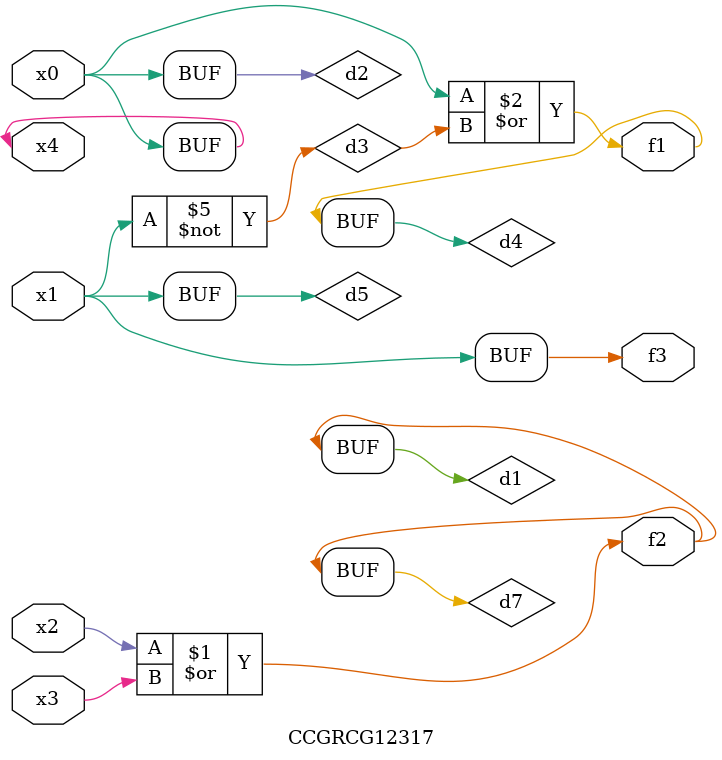
<source format=v>
module CCGRCG12317(
	input x0, x1, x2, x3, x4,
	output f1, f2, f3
);

	wire d1, d2, d3, d4, d5, d6, d7;

	or (d1, x2, x3);
	buf (d2, x0, x4);
	not (d3, x1);
	or (d4, d2, d3);
	not (d5, d3);
	nand (d6, d1, d3);
	or (d7, d1);
	assign f1 = d4;
	assign f2 = d7;
	assign f3 = d5;
endmodule

</source>
